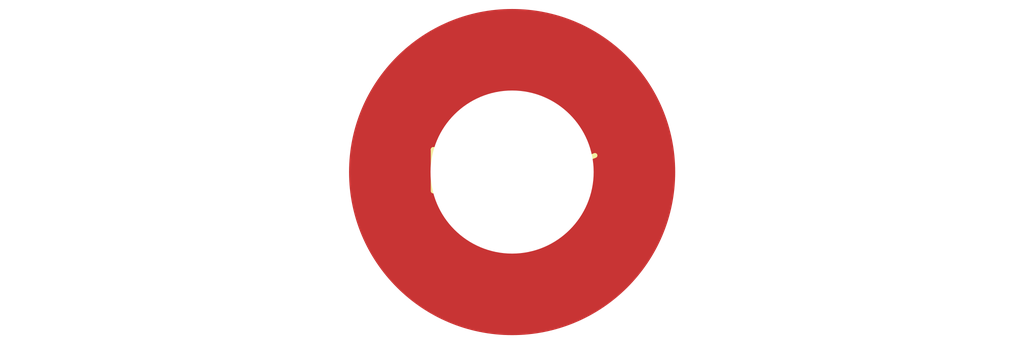
<source format=kicad_pcb>
(kicad_pcb (version 20240108) (generator pcbnew)
  (layers (0 "F.Cu" signal) (31 "B.Cu" signal) (34 "B.Paste" user) (35 "F.Paste" user) (36 "B.SilkS" user "B.Silkscreen") (37 "F.SilkS" user "F.Silkscreen") (38 "B.Mask" user) (39 "F.Mask" user) (44 "Edge.Cuts" user))
  (net 0 "")
  (footprint "MountingHole_5mm_Pad_TopOnly" (layer "F.Cu") (at 0 0)
    (property "Reference" "REF**")
    (property "Value" "MountingHole_5mm_Pad_TopOnly")
    (pad "1" thru_hole circle (at 0 0) (size 5.4 5.4) (drill 5) (layers *.Cu *.Mask) (remove_unused_layers))
    (pad "1" connect circle (at 0 0) (size 10 10) (layers "F.Cu" "F.Mask"))
  )
)
</source>
